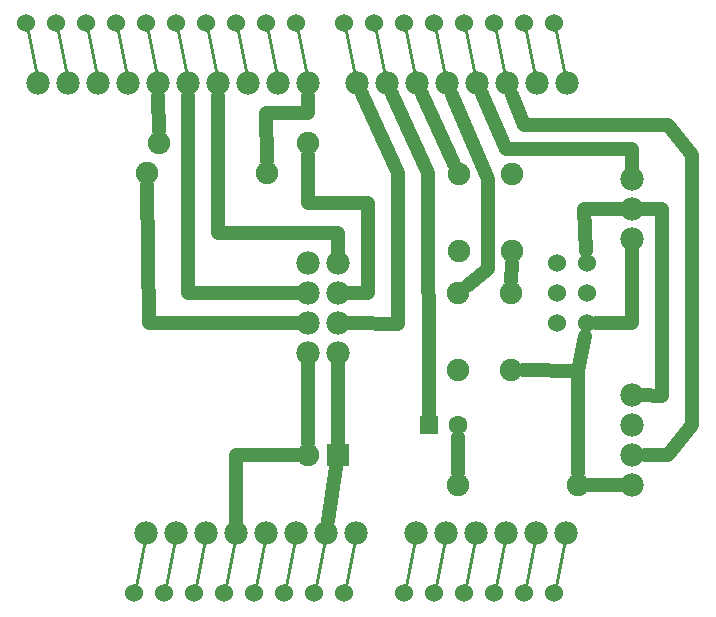
<source format=gbl>
G04 MADE WITH FRITZING*
G04 WWW.FRITZING.ORG*
G04 DOUBLE SIDED*
G04 HOLES PLATED*
G04 CONTOUR ON CENTER OF CONTOUR VECTOR*
%ASAXBY*%
%FSLAX23Y23*%
%MOIN*%
%OFA0B0*%
%SFA1.0B1.0*%
%ADD10C,0.067278*%
%ADD11C,0.075000*%
%ADD12C,0.062992*%
%ADD13C,0.078000*%
%ADD14C,0.060000*%
%ADD15R,0.075000X0.075000*%
%ADD16R,0.062992X0.062992*%
%ADD17C,0.011111*%
%ADD18C,0.048000*%
%LNCOPPER0*%
G90*
G70*
G54D10*
X1035Y900D03*
X1035Y1000D03*
X1035Y1100D03*
X1035Y1200D03*
X1135Y900D03*
X1135Y1000D03*
X1135Y1100D03*
X1135Y1200D03*
G54D11*
X1135Y560D03*
X1035Y560D03*
X1712Y1100D03*
X1712Y844D03*
X1535Y1100D03*
X1535Y844D03*
X1715Y1496D03*
X1715Y1240D03*
X1538Y1496D03*
X1538Y1240D03*
X1935Y460D03*
X1535Y460D03*
G54D12*
X1437Y660D03*
X1535Y660D03*
G54D11*
X899Y1500D03*
X499Y1500D03*
X1035Y1600D03*
X539Y1600D03*
G54D13*
X595Y300D03*
X435Y1800D03*
X535Y1800D03*
X135Y1800D03*
G54D14*
X295Y2000D03*
X1155Y100D03*
X1755Y2000D03*
X1965Y1100D03*
X695Y2000D03*
X1655Y100D03*
X1355Y2000D03*
X755Y100D03*
X1965Y1200D03*
X1965Y1000D03*
X895Y2000D03*
X495Y2000D03*
X1455Y100D03*
X1855Y100D03*
X1555Y2000D03*
X1155Y2000D03*
X955Y100D03*
X1865Y1200D03*
X1865Y1100D03*
X1865Y1000D03*
X995Y2000D03*
X795Y2000D03*
X595Y2000D03*
X395Y2000D03*
X95Y2000D03*
X195Y2000D03*
X1355Y100D03*
X1555Y100D03*
X1755Y100D03*
X1855Y2000D03*
X1655Y2000D03*
X1455Y2000D03*
X1255Y2000D03*
X655Y100D03*
X855Y100D03*
X555Y100D03*
X455Y100D03*
X1055Y100D03*
G54D13*
X1195Y300D03*
X995Y300D03*
X1695Y300D03*
X1895Y300D03*
X1899Y1800D03*
X1699Y1800D03*
X1035Y1800D03*
X1095Y300D03*
X895Y300D03*
X1595Y300D03*
X1795Y300D03*
X1799Y1800D03*
X1599Y1800D03*
X835Y1800D03*
X735Y1800D03*
X935Y1800D03*
X495Y300D03*
X795Y300D03*
X1495Y300D03*
X1199Y1800D03*
X1499Y1800D03*
X335Y1800D03*
X695Y300D03*
X1395Y300D03*
X1399Y1800D03*
X1298Y1800D03*
X635Y1800D03*
X235Y1800D03*
X1035Y1200D03*
X1035Y1100D03*
X1035Y1000D03*
X1035Y900D03*
X1035Y1200D03*
X1035Y1100D03*
X1035Y1000D03*
X1035Y900D03*
X1135Y900D03*
X1135Y1000D03*
X1135Y1100D03*
X1135Y1200D03*
X2115Y760D03*
X2115Y660D03*
X2115Y560D03*
X2115Y460D03*
X2115Y1480D03*
X2115Y1380D03*
X2115Y1280D03*
G54D15*
X1135Y560D03*
G54D16*
X1437Y660D03*
G54D17*
X1160Y125D02*
X1190Y276D01*
D02*
X531Y1824D02*
X500Y1975D01*
D02*
X1560Y125D02*
X1590Y276D01*
G54D18*
D02*
X1636Y1481D02*
X1515Y1762D01*
D02*
X1636Y1180D02*
X1636Y1481D01*
D02*
X1566Y1125D02*
X1636Y1180D01*
D02*
X635Y1759D02*
X636Y1101D01*
D02*
X636Y1101D02*
X996Y1100D01*
G54D17*
D02*
X490Y276D02*
X460Y125D01*
D02*
X731Y1824D02*
X700Y1975D01*
G54D18*
D02*
X735Y1759D02*
X735Y1300D01*
D02*
X735Y1300D02*
X1135Y1300D01*
D02*
X1135Y1300D02*
X1135Y1239D01*
G54D17*
D02*
X960Y125D02*
X990Y276D01*
D02*
X1293Y1824D02*
X1261Y1975D01*
G54D18*
D02*
X1416Y1763D02*
X1522Y1532D01*
G54D17*
D02*
X1060Y125D02*
X1090Y276D01*
D02*
X1031Y1824D02*
X1000Y1975D01*
G54D18*
D02*
X1315Y1763D02*
X1435Y1500D01*
D02*
X1435Y1500D02*
X1437Y698D01*
G54D17*
D02*
X1660Y125D02*
X1690Y276D01*
D02*
X1360Y125D02*
X1390Y276D01*
G54D18*
D02*
X895Y1700D02*
X1034Y1701D01*
D02*
X1034Y1701D02*
X1035Y1759D01*
D02*
X898Y1540D02*
X895Y1700D01*
G54D17*
D02*
X831Y1824D02*
X800Y1975D01*
D02*
X1760Y125D02*
X1790Y276D01*
D02*
X590Y276D02*
X560Y125D01*
D02*
X860Y125D02*
X890Y276D01*
G54D18*
D02*
X1035Y861D02*
X1035Y600D01*
G54D17*
D02*
X1693Y1824D02*
X1661Y1975D01*
D02*
X631Y1824D02*
X600Y1975D01*
D02*
X1793Y1824D02*
X1761Y1975D01*
D02*
X1860Y125D02*
X1890Y276D01*
G54D18*
D02*
X1216Y1763D02*
X1335Y1500D01*
D02*
X1335Y1500D02*
X1334Y999D01*
D02*
X1334Y999D02*
X1175Y1000D01*
D02*
X1957Y959D02*
X1935Y840D01*
D02*
X1935Y840D02*
X1752Y844D01*
G54D17*
D02*
X331Y1824D02*
X300Y1975D01*
G54D18*
D02*
X1713Y1140D02*
X1715Y1201D01*
G54D17*
D02*
X1893Y1824D02*
X1861Y1975D01*
D02*
X790Y276D02*
X760Y125D01*
D02*
X231Y1824D02*
X200Y1975D01*
G54D18*
D02*
X1175Y1101D02*
X1235Y1101D01*
D02*
X1235Y1101D02*
X1235Y1400D01*
D02*
X1235Y1400D02*
X1036Y1400D01*
D02*
X1036Y1400D02*
X1035Y1561D01*
G54D17*
D02*
X690Y276D02*
X660Y125D01*
G54D18*
D02*
X1135Y861D02*
X1135Y600D01*
D02*
X1129Y521D02*
X1101Y341D01*
D02*
X538Y1640D02*
X536Y1759D01*
G54D17*
D02*
X1193Y1824D02*
X1161Y1975D01*
D02*
X1393Y1824D02*
X1361Y1975D01*
D02*
X131Y1824D02*
X100Y1975D01*
D02*
X1593Y1824D02*
X1561Y1975D01*
D02*
X931Y1824D02*
X900Y1975D01*
D02*
X1493Y1824D02*
X1461Y1975D01*
D02*
X1460Y125D02*
X1490Y276D01*
D02*
X431Y1824D02*
X400Y1975D01*
G54D18*
D02*
X1535Y500D02*
X1535Y622D01*
D02*
X996Y1000D02*
X506Y1000D01*
D02*
X506Y1000D02*
X499Y1461D01*
D02*
X1935Y840D02*
X1935Y500D01*
D02*
X1957Y959D02*
X1935Y840D01*
D02*
X1696Y1581D02*
X1615Y1763D01*
D02*
X2114Y1581D02*
X1696Y1581D01*
D02*
X2115Y1521D02*
X2114Y1581D01*
D02*
X2236Y1660D02*
X1756Y1660D01*
D02*
X2315Y661D02*
X2315Y1560D01*
D02*
X2236Y561D02*
X2315Y661D01*
D02*
X1756Y1660D02*
X1714Y1762D01*
D02*
X2315Y1560D02*
X2236Y1660D01*
D02*
X2157Y560D02*
X2236Y561D01*
D02*
X1964Y460D02*
X2085Y460D01*
D02*
X2114Y1001D02*
X2115Y1250D01*
D02*
X1996Y1000D02*
X2114Y1001D01*
D02*
X1956Y1380D02*
X1963Y1242D01*
D02*
X2074Y1380D02*
X1956Y1380D01*
D02*
X2215Y1380D02*
X2215Y759D01*
D02*
X2215Y759D02*
X2145Y760D01*
D02*
X2145Y1380D02*
X2215Y1380D01*
D02*
X795Y330D02*
X795Y561D01*
D02*
X795Y561D02*
X1007Y560D01*
G04 End of Copper0*
M02*
</source>
